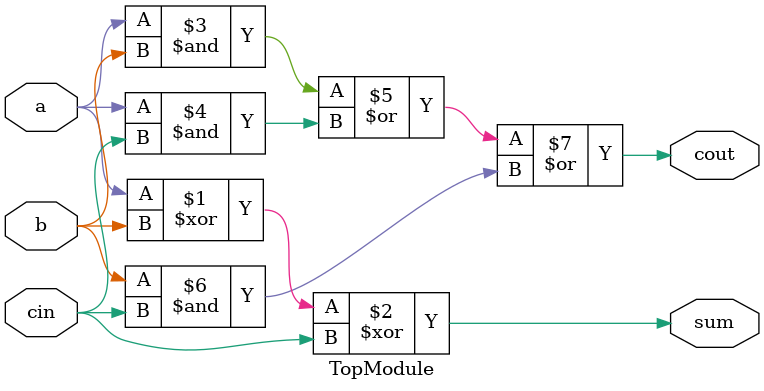
<source format=sv>

module TopModule (
  input a,
  input b,
  input cin,
  output cout,
  output sum
);
assign sum = a ^ b ^ cin;
assign cout = (a & b) | (a & cin) | (b & cin);
endmodule

</source>
